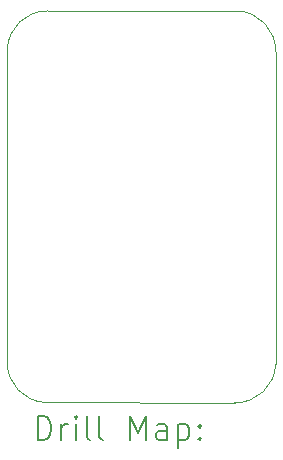
<source format=gbr>
%TF.GenerationSoftware,KiCad,Pcbnew,7.0.5*%
%TF.CreationDate,2023-07-03T18:18:55+02:00*%
%TF.ProjectId,connector,636f6e6e-6563-4746-9f72-2e6b69636164,rev?*%
%TF.SameCoordinates,Original*%
%TF.FileFunction,Drillmap*%
%TF.FilePolarity,Positive*%
%FSLAX45Y45*%
G04 Gerber Fmt 4.5, Leading zero omitted, Abs format (unit mm)*
G04 Created by KiCad (PCBNEW 7.0.5) date 2023-07-03 18:18:55*
%MOMM*%
%LPD*%
G01*
G04 APERTURE LIST*
%ADD10C,0.100000*%
%ADD11C,0.200000*%
G04 APERTURE END LIST*
D10*
X6755868Y-6524995D02*
X5154733Y-6523981D01*
X6776019Y-3210000D02*
X5174885Y-3208985D01*
X7101010Y-3555151D02*
G75*
G03*
X6776019Y-3210000I-335070J10081D01*
G01*
X5174885Y-3208983D02*
G75*
G03*
X4829733Y-3533981I-10075J-335077D01*
G01*
X6755868Y-6524989D02*
G75*
G03*
X7101019Y-6200000I10082J335069D01*
G01*
X4829739Y-6178829D02*
G75*
G03*
X5154733Y-6523981I335071J-10081D01*
G01*
X7101014Y-3555151D02*
X7101019Y-6200000D01*
X4829733Y-3533981D02*
X4829738Y-6178829D01*
D11*
X5085364Y-6841624D02*
X5085364Y-6641624D01*
X5085364Y-6641624D02*
X5132983Y-6641624D01*
X5132983Y-6641624D02*
X5161555Y-6651148D01*
X5161555Y-6651148D02*
X5180603Y-6670196D01*
X5180603Y-6670196D02*
X5190126Y-6689243D01*
X5190126Y-6689243D02*
X5199650Y-6727339D01*
X5199650Y-6727339D02*
X5199650Y-6755910D01*
X5199650Y-6755910D02*
X5190126Y-6794005D01*
X5190126Y-6794005D02*
X5180603Y-6813053D01*
X5180603Y-6813053D02*
X5161555Y-6832101D01*
X5161555Y-6832101D02*
X5132983Y-6841624D01*
X5132983Y-6841624D02*
X5085364Y-6841624D01*
X5285364Y-6841624D02*
X5285364Y-6708291D01*
X5285364Y-6746386D02*
X5294888Y-6727339D01*
X5294888Y-6727339D02*
X5304412Y-6717815D01*
X5304412Y-6717815D02*
X5323460Y-6708291D01*
X5323460Y-6708291D02*
X5342507Y-6708291D01*
X5409174Y-6841624D02*
X5409174Y-6708291D01*
X5409174Y-6641624D02*
X5399650Y-6651148D01*
X5399650Y-6651148D02*
X5409174Y-6660672D01*
X5409174Y-6660672D02*
X5418698Y-6651148D01*
X5418698Y-6651148D02*
X5409174Y-6641624D01*
X5409174Y-6641624D02*
X5409174Y-6660672D01*
X5532983Y-6841624D02*
X5513936Y-6832101D01*
X5513936Y-6832101D02*
X5504412Y-6813053D01*
X5504412Y-6813053D02*
X5504412Y-6641624D01*
X5637745Y-6841624D02*
X5618698Y-6832101D01*
X5618698Y-6832101D02*
X5609174Y-6813053D01*
X5609174Y-6813053D02*
X5609174Y-6641624D01*
X5866317Y-6841624D02*
X5866317Y-6641624D01*
X5866317Y-6641624D02*
X5932983Y-6784482D01*
X5932983Y-6784482D02*
X5999650Y-6641624D01*
X5999650Y-6641624D02*
X5999650Y-6841624D01*
X6180602Y-6841624D02*
X6180602Y-6736863D01*
X6180602Y-6736863D02*
X6171079Y-6717815D01*
X6171079Y-6717815D02*
X6152031Y-6708291D01*
X6152031Y-6708291D02*
X6113936Y-6708291D01*
X6113936Y-6708291D02*
X6094888Y-6717815D01*
X6180602Y-6832101D02*
X6161555Y-6841624D01*
X6161555Y-6841624D02*
X6113936Y-6841624D01*
X6113936Y-6841624D02*
X6094888Y-6832101D01*
X6094888Y-6832101D02*
X6085364Y-6813053D01*
X6085364Y-6813053D02*
X6085364Y-6794005D01*
X6085364Y-6794005D02*
X6094888Y-6774958D01*
X6094888Y-6774958D02*
X6113936Y-6765434D01*
X6113936Y-6765434D02*
X6161555Y-6765434D01*
X6161555Y-6765434D02*
X6180602Y-6755910D01*
X6275841Y-6708291D02*
X6275841Y-6908291D01*
X6275841Y-6717815D02*
X6294888Y-6708291D01*
X6294888Y-6708291D02*
X6332983Y-6708291D01*
X6332983Y-6708291D02*
X6352031Y-6717815D01*
X6352031Y-6717815D02*
X6361555Y-6727339D01*
X6361555Y-6727339D02*
X6371079Y-6746386D01*
X6371079Y-6746386D02*
X6371079Y-6803529D01*
X6371079Y-6803529D02*
X6361555Y-6822577D01*
X6361555Y-6822577D02*
X6352031Y-6832101D01*
X6352031Y-6832101D02*
X6332983Y-6841624D01*
X6332983Y-6841624D02*
X6294888Y-6841624D01*
X6294888Y-6841624D02*
X6275841Y-6832101D01*
X6456793Y-6822577D02*
X6466317Y-6832101D01*
X6466317Y-6832101D02*
X6456793Y-6841624D01*
X6456793Y-6841624D02*
X6447269Y-6832101D01*
X6447269Y-6832101D02*
X6456793Y-6822577D01*
X6456793Y-6822577D02*
X6456793Y-6841624D01*
X6456793Y-6717815D02*
X6466317Y-6727339D01*
X6466317Y-6727339D02*
X6456793Y-6736863D01*
X6456793Y-6736863D02*
X6447269Y-6727339D01*
X6447269Y-6727339D02*
X6456793Y-6717815D01*
X6456793Y-6717815D02*
X6456793Y-6736863D01*
M02*

</source>
